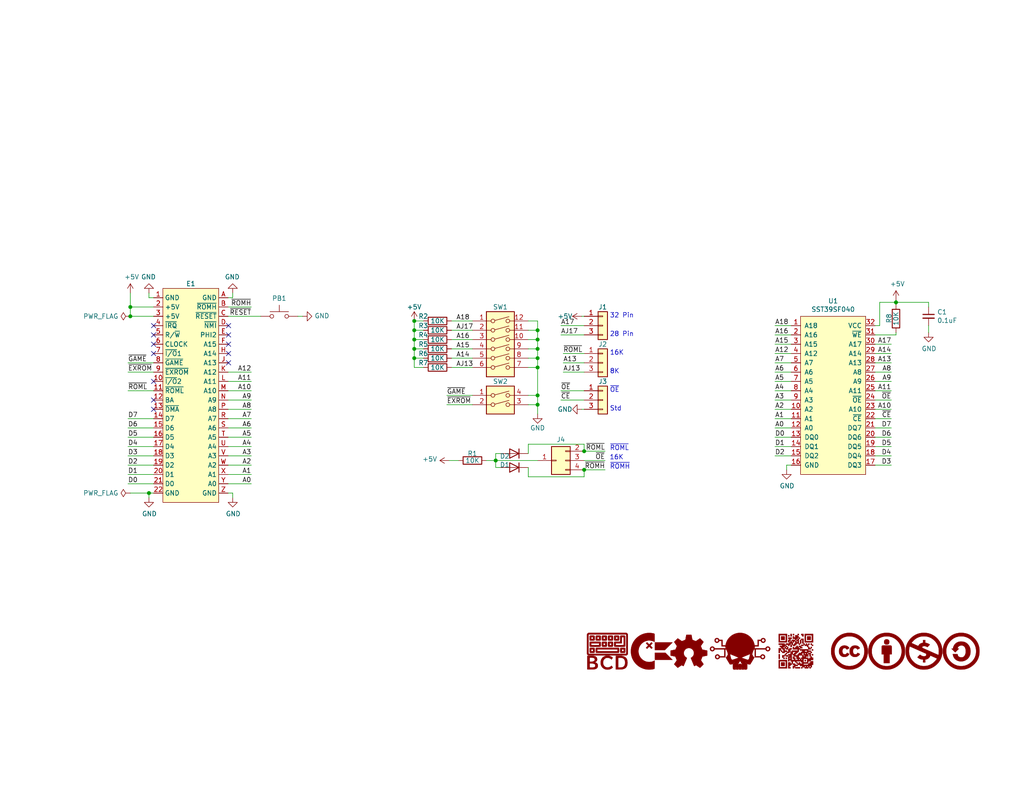
<source format=kicad_sch>
(kicad_sch (version 20211123) (generator eeschema)
  (paper "USLetter")
  (title_block (title "MegaCart 64") (date "2022-02-15") (rev "2") (company "Beaupré Circuit Design"))
  (lib_symbols
    (symbol "BeaupreCircuitDesign:BCD_Logo" (pin_names (offset 1.016)))
    (symbol "BeaupreCircuitDesign:BDC_QR" (pin_names (offset 1.016)))
    (symbol "BeaupreCircuitDesign:ChickenLips" (pin_names (offset 1.016)))
    (symbol "BeaupreCircuitDesign:OpenSource_Hardware" (pin_names (offset 1.016)))
    (symbol "BeaupreCircuitDesign:Skull" (pin_names (offset 1.016)))
    (symbol "C64-Expansion-Port:Cartrige_Edge_Connector"
      (property "Reference" "E" (at 0 22.86 0))
      (property "Value" "Cartrige_Edge_Connector" (at 0 -38.1 0))
      (symbol "Cartrige_Edge_Connector_1_1"
        (pin power_in line (at -10.16 19.05 0) (length 2.54) (name "GND") (number "1"))
        (pin output line (at -10.16 -3.81 0) (length 2.54) (name "~{I/O}2") (number "10"))
        (pin output line (at -10.16 -6.35 0) (length 2.54) (name "~{ROML}") (number "11"))
        (pin output line (at -10.16 -8.89 0) (length 2.54) (name "BA") (number "12"))
        (pin input line (at -10.16 -11.43 0) (length 2.54) (name "~{DMA}") (number "13"))
        (pin bidirectional line (at -10.16 -13.97 0) (length 2.54) (name "D7") (number "14"))
        (pin bidirectional line (at -10.16 -16.51 0) (length 2.54) (name "D6") (number "15"))
        (pin bidirectional line (at -10.16 -19.05 0) (length 2.54) (name "D5") (number "16"))
        (pin bidirectional line (at -10.16 -21.59 0) (length 2.54) (name "D4") (number "17"))
        (pin bidirectional line (at -10.16 -24.13 0) (length 2.54) (name "D3") (number "18"))
        (pin bidirectional line (at -10.16 -26.67 0) (length 2.54) (name "D2") (number "19"))
        (pin power_in line (at -10.16 16.51 0) (length 2.54) (name "+5V") (number "2"))
        (pin bidirectional line (at -10.16 -29.21 0) (length 2.54) (name "D1") (number "20"))
        (pin bidirectional line (at -10.16 -31.75 0) (length 2.54) (name "D0") (number "21"))
        (pin power_in line (at -10.16 -34.29 0) (length 2.54) (name "GND") (number "22"))
        (pin power_in line (at -10.16 13.97 0) (length 2.54) (name "+5V") (number "3"))
        (pin input line (at -10.16 11.43 0) (length 2.54) (name "~{IRQ}") (number "4"))
        (pin output line (at -10.16 8.89 0) (length 2.54) (name "R/~{W}") (number "5"))
        (pin output line (at -10.16 6.35 0) (length 2.54) (name "CLOCK") (number "6"))
        (pin output line (at -10.16 3.81 0) (length 2.54) (name "~{I/O}1") (number "7"))
        (pin input line (at -10.16 1.27 0) (length 2.54) (name "~{GAME}") (number "8"))
        (pin input line (at -10.16 -1.27 0) (length 2.54) (name "~{EXROM}") (number "9"))
        (pin power_in line (at 10.16 19.05 180) (length 2.54) (name "GND") (number "A"))
        (pin output line (at 10.16 16.51 180) (length 2.54) (name "~{ROMH}") (number "B"))
        (pin open_collector line (at 10.16 13.97 180) (length 2.54) (name "~{RESET}") (number "C"))
        (pin input line (at 10.16 11.43 180) (length 2.54) (name "~{NMI}") (number "D"))
        (pin output line (at 10.16 8.89 180) (length 2.54) (name "PHI2") (number "E"))
        (pin bidirectional line (at 10.16 6.35 180) (length 2.54) (name "A15") (number "F"))
        (pin bidirectional line (at 10.16 3.81 180) (length 2.54) (name "A14") (number "H"))
        (pin bidirectional line (at 10.16 1.27 180) (length 2.54) (name "A13") (number "J"))
        (pin bidirectional line (at 10.16 -1.27 180) (length 2.54) (name "A12") (number "K"))
        (pin bidirectional line (at 10.16 -3.81 180) (length 2.54) (name "A11") (number "L"))
        (pin bidirectional line (at 10.16 -6.35 180) (length 2.54) (name "A10") (number "M"))
        (pin bidirectional line (at 10.16 -8.89 180) (length 2.54) (name "A9") (number "N"))
        (pin bidirectional line (at 10.16 -11.43 180) (length 2.54) (name "A8") (number "P"))
        (pin bidirectional line (at 10.16 -13.97 180) (length 2.54) (name "A7") (number "R"))
        (pin bidirectional line (at 10.16 -16.51 180) (length 2.54) (name "A6") (number "S"))
        (pin bidirectional line (at 10.16 -19.05 180) (length 2.54) (name "A5") (number "T"))
        (pin bidirectional line (at 10.16 -21.59 180) (length 2.54) (name "A4") (number "U"))
        (pin bidirectional line (at 10.16 -24.13 180) (length 2.54) (name "A3") (number "V"))
        (pin bidirectional line (at 10.16 -26.67 180) (length 2.54) (name "A2") (number "W"))
        (pin bidirectional line (at 10.16 -29.21 180) (length 2.54) (name "A1") (number "X"))
        (pin bidirectional line (at 10.16 -31.75 180) (length 2.54) (name "A0") (number "Y"))
        (pin power_in line (at 10.16 -34.29 180) (length 2.54) (name "GND") (number "Z"))
      )
    )
    (symbol "Connector_Generic:Conn_01x03" (pin_names (offset 1.016) hide)
      (property "Reference" "J" (at 0 5.08 0))
      (property "Value" "Conn_01x03" (at 0 -5.08 0))
      (symbol "Conn_01x03_1_1"
        (pin passive line (at -5.08 2.54 0) (length 3.81) (name "Pin_1") (number "1"))
        (pin passive line (at -5.08 0 0) (length 3.81) (name "Pin_2") (number "2"))
        (pin passive line (at -5.08 -2.54 0) (length 3.81) (name "Pin_3") (number "3"))
      )
    )
    (symbol "CreativeCommons:CreativeCommons" (pin_names (offset 1.016)))
    (symbol "CreativeCommons:CreativeCommons_Attribution" (pin_names (offset 1.016)))
    (symbol "CreativeCommons:CreativeCommons_NonCommercial" (pin_names (offset 1.016)))
    (symbol "CreativeCommons:CreativeCommons_ShareAlike" (pin_names (offset 1.016)))
    (symbol "Device:C_Small" (pin_numbers hide) (pin_names (offset 0.254) hide)
      (property "Reference" "C" (at 0.254 1.778 0))
      (property "Value" "C_Small" (at 0.254 -2.032 0))
      (symbol "C_Small_1_1"
        (pin passive line (at 0 2.54 270) (length 2.032) (name "~") (number "1"))
        (pin passive line (at 0 -2.54 90) (length 2.032) (name "~") (number "2"))
      )
    )
    (symbol "Device:D" (pin_numbers hide) (pin_names (offset 1.016) hide)
      (property "Reference" "D" (at 0 2.54 0))
      (property "Value" "D" (at 0 -2.54 0))
      (symbol "D_1_1"
        (pin passive line (at -3.81 0 0) (length 2.54) (name "K") (number "1"))
        (pin passive line (at 3.81 0 180) (length 2.54) (name "A") (number "2"))
      )
    )
    (symbol "Device:R" (pin_numbers hide) (pin_names (offset 0))
      (property "Reference" "R" (at 2.032 0 90))
      (property "Value" "R" (at 0 0 90))
      (symbol "R_1_1"
        (pin passive line (at 0 3.81 270) (length 1.27) (name "~") (number "1"))
        (pin passive line (at 0 -3.81 90) (length 1.27) (name "~") (number "2"))
      )
    )
    (symbol "MegaCart-64:Conn_Tri-State" (pin_names (offset 1.016) hide)
      (property "Reference" "J" (at 1.27 5.08 0))
      (property "Value" "Conn_Tri-State" (at 1.27 -5.08 0))
      (symbol "Conn_Tri-State_1_1"
        (pin passive line (at -5.08 0 0) (length 3.81) (name "Pin_1") (number "1"))
        (pin passive line (at 7.62 2.54 180) (length 3.81) (name "Pin_2") (number "2"))
        (pin passive line (at 7.62 0 180) (length 3.81) (name "Pin_3") (number "3"))
        (pin passive line (at 7.62 -2.54 180) (length 3.81) (name "Pin_4") (number "4"))
      )
    )
    (symbol "Microchip_Technology:SST39SF040" (pin_names (offset 1.016))
      (property "Reference" "U" (at 0 0 0))
      (property "Value" "SST39SF040" (at 0 -45.72 0))
      (symbol "SST39SF040_1_1"
        (pin input line (at -11.43 -3.81 0) (length 2.54) (name "A18") (number "1"))
        (pin input line (at -11.43 -26.67 0) (length 2.54) (name "A2") (number "10"))
        (pin input line (at -11.43 -29.21 0) (length 2.54) (name "A1") (number "11"))
        (pin input line (at -11.43 -31.75 0) (length 2.54) (name "A0") (number "12"))
        (pin bidirectional line (at -11.43 -34.29 0) (length 2.54) (name "DQ0") (number "13"))
        (pin bidirectional line (at -11.43 -36.83 0) (length 2.54) (name "DQ1") (number "14"))
        (pin bidirectional line (at -11.43 -39.37 0) (length 2.54) (name "DQ2") (number "15"))
        (pin power_in line (at -11.43 -41.91 0) (length 2.54) (name "GND") (number "16"))
        (pin bidirectional line (at 11.43 -41.91 180) (length 2.54) (name "DQ3") (number "17"))
        (pin bidirectional line (at 11.43 -39.37 180) (length 2.54) (name "DQ4") (number "18"))
        (pin bidirectional line (at 11.43 -36.83 180) (length 2.54) (name "DQ5") (number "19"))
        (pin input line (at -11.43 -6.35 0) (length 2.54) (name "A16") (number "2"))
        (pin bidirectional line (at 11.43 -34.29 180) (length 2.54) (name "DQ6") (number "20"))
        (pin bidirectional line (at 11.43 -31.75 180) (length 2.54) (name "DQ7") (number "21"))
        (pin input line (at 11.43 -29.21 180) (length 2.54) (name "~{CE}") (number "22"))
        (pin input line (at 11.43 -26.67 180) (length 2.54) (name "A10") (number "23"))
        (pin input line (at 11.43 -24.13 180) (length 2.54) (name "~{OE}") (number "24"))
        (pin input line (at 11.43 -21.59 180) (length 2.54) (name "A11") (number "25"))
        (pin input line (at 11.43 -19.05 180) (length 2.54) (name "A9") (number "26"))
        (pin input line (at 11.43 -16.51 180) (length 2.54) (name "A8") (number "27"))
        (pin input line (at 11.43 -13.97 180) (length 2.54) (name "A13") (number "28"))
        (pin input line (at 11.43 -11.43 180) (length 2.54) (name "A14") (number "29"))
        (pin input line (at -11.43 -8.89 0) (length 2.54) (name "A15") (number "3"))
        (pin input line (at 11.43 -8.89 180) (length 2.54) (name "A17") (number "30"))
        (pin input line (at 11.43 -6.35 180) (length 2.54) (name "~{WE}") (number "31"))
        (pin power_in line (at 11.43 -3.81 180) (length 2.54) (name "VCC") (number "32"))
        (pin input line (at -11.43 -11.43 0) (length 2.54) (name "A12") (number "4"))
        (pin input line (at -11.43 -13.97 0) (length 2.54) (name "A7") (number "5"))
        (pin input line (at -11.43 -16.51 0) (length 2.54) (name "A6") (number "6"))
        (pin input line (at -11.43 -19.05 0) (length 2.54) (name "A5") (number "7"))
        (pin input line (at -11.43 -21.59 0) (length 2.54) (name "A4") (number "8"))
        (pin input line (at -11.43 -24.13 0) (length 2.54) (name "A3") (number "9"))
      )
    )
    (symbol "Switch:SW_DIP_x02" (pin_names (offset 0) hide)
      (property "Reference" "SW" (at 0 6.35 0))
      (property "Value" "SW_DIP_x02" (at 0 -3.81 0))
      (symbol "SW_DIP_x02_1_1"
        (pin passive line (at -7.62 2.54 0) (length 5.08) (name "~") (number "1"))
        (pin passive line (at -7.62 0 0) (length 5.08) (name "~") (number "2"))
        (pin passive line (at 7.62 0 180) (length 5.08) (name "~") (number "3"))
        (pin passive line (at 7.62 2.54 180) (length 5.08) (name "~") (number "4"))
      )
    )
    (symbol "Switch:SW_DIP_x06" (pin_names (offset 0) hide)
      (property "Reference" "SW" (at 0 11.43 0))
      (property "Value" "SW_DIP_x06" (at 0 -8.89 0))
      (symbol "SW_DIP_x06_1_1"
        (pin passive line (at -7.62 7.62 0) (length 5.08) (name "~") (number "1"))
        (pin passive line (at 7.62 2.54 180) (length 5.08) (name "~") (number "10"))
        (pin passive line (at 7.62 5.08 180) (length 5.08) (name "~") (number "11"))
        (pin passive line (at 7.62 7.62 180) (length 5.08) (name "~") (number "12"))
        (pin passive line (at -7.62 5.08 0) (length 5.08) (name "~") (number "2"))
        (pin passive line (at -7.62 2.54 0) (length 5.08) (name "~") (number "3"))
        (pin passive line (at -7.62 0 0) (length 5.08) (name "~") (number "4"))
        (pin passive line (at -7.62 -2.54 0) (length 5.08) (name "~") (number "5"))
        (pin passive line (at -7.62 -5.08 0) (length 5.08) (name "~") (number "6"))
        (pin passive line (at 7.62 -5.08 180) (length 5.08) (name "~") (number "7"))
        (pin passive line (at 7.62 -2.54 180) (length 5.08) (name "~") (number "8"))
        (pin passive line (at 7.62 0 180) (length 5.08) (name "~") (number "9"))
      )
    )
    (symbol "Switch:SW_Push" (pin_numbers hide) (pin_names (offset 1.016) hide)
      (property "Reference" "SW" (at 1.27 2.54 0))
      (property "Value" "SW_Push" (at 0 -1.524 0))
      (symbol "SW_Push_0_1"
        (pin passive line (at -5.08 0 0) (length 2.54) (name "1") (number "1"))
        (pin passive line (at 5.08 0 180) (length 2.54) (name "2") (number "2"))
      )
    )
    (symbol "power:+5V" (power) (pin_names (offset 0))
      (property "Value" "+5V" (at 0 3.556 0))
      (symbol "+5V_1_1"
        (pin power_in line (at 0 0 90) (length 0) hide (name "+5V") (number "1"))
      )
    )
    (symbol "power:GND" (power) (pin_names (offset 0))
      (property "Value" "GND" (at 0 -3.81 0))
      (symbol "GND_1_1"
        (pin power_in line (at 0 0 270) (length 0) hide (name "GND") (number "1"))
      )
    )
    (symbol "power:PWR_FLAG" (power) (pin_numbers hide) (pin_names (offset 0) hide)
      (property "Value" "PWR_FLAG" (at 0 3.81 0))
      (symbol "PWR_FLAG_0_0"
        (pin power_out line (at 0 0 90) (length 0) (name "pwr") (number "1"))
      )
    )
  )
  (junction (at 113.03 90.17))
  (junction (at 135.255 125.73))
  (junction (at 146.685 90.17))
  (junction (at 159.385 128.27))
  (junction (at 35.56 83.82))
  (junction (at 146.685 95.25))
  (junction (at 146.685 110.49))
  (junction (at 113.03 87.63))
  (junction (at 244.475 82.55))
  (junction (at 146.685 100.33))
  (junction (at 35.56 86.36))
  (junction (at 146.685 92.71))
  (junction (at 146.685 107.95))
  (junction (at 40.64 134.62))
  (junction (at 159.385 123.19))
  (junction (at 146.685 97.79))
  (junction (at 113.03 97.79))
  (junction (at 113.03 95.25))
  (junction (at 113.03 92.71))
  (no_connect (at 62.357 88.9))
  (no_connect (at 41.91 93.98))
  (no_connect (at 41.91 88.9))
  (no_connect (at 41.91 91.44))
  (no_connect (at 62.357 96.52))
  (no_connect (at 62.357 99.06))
  (no_connect (at 41.91 109.22))
  (no_connect (at 41.91 104.14))
  (no_connect (at 41.91 96.52))
  (no_connect (at 62.357 91.44))
  (no_connect (at 41.91 111.76))
  (no_connect (at 62.357 93.98))
  (wire (pts (xy 62.23 111.76) (xy 68.58 111.76)))
  (wire (pts (xy 238.76 109.22) (xy 243.205 109.22)))
  (wire (pts (xy 238.76 116.84) (xy 243.205 116.84)))
  (wire (pts (xy 153.035 109.22) (xy 159.385 109.22)))
  (wire (pts (xy 215.9 121.92) (xy 211.455 121.92)))
  (wire (pts (xy 215.9 114.3) (xy 211.455 114.3)))
  (wire (pts (xy 211.455 88.9) (xy 215.9 88.9)))
  (wire (pts (xy 238.76 121.92) (xy 243.205 121.92)))
  (wire (pts (xy 146.685 100.33) (xy 146.685 107.95)))
  (wire (pts (xy 215.9 96.52) (xy 211.455 96.52)))
  (wire (pts (xy 238.76 114.3) (xy 243.205 114.3)))
  (wire (pts (xy 214.63 127) (xy 214.63 128.27)))
  (wire (pts (xy 144.145 107.95) (xy 146.685 107.95)))
  (wire (pts (xy 211.455 91.44) (xy 215.9 91.44)))
  (wire (pts (xy 62.23 81.28) (xy 63.5 81.28)))
  (wire (pts (xy 62.23 124.46) (xy 68.58 124.46)))
  (wire (pts (xy 146.685 90.17) (xy 146.685 92.71)))
  (wire (pts (xy 41.91 129.54) (xy 34.925 129.54)))
  (wire (pts (xy 128.905 107.95) (xy 121.92 107.95)))
  (wire (pts (xy 62.23 106.68) (xy 68.58 106.68)))
  (wire (pts (xy 123.19 87.63) (xy 128.905 87.63)))
  (wire (pts (xy 123.19 92.71) (xy 128.905 92.71)))
  (wire (pts (xy 146.685 110.49) (xy 146.685 113.03)))
  (wire (pts (xy 215.9 104.14) (xy 211.455 104.14)))
  (wire (pts (xy 253.365 88.9) (xy 253.365 90.805)))
  (wire (pts (xy 62.23 109.22) (xy 68.58 109.22)))
  (wire (pts (xy 146.685 92.71) (xy 146.685 95.25)))
  (wire (pts (xy 41.91 124.46) (xy 34.925 124.46)))
  (wire (pts (xy 62.23 83.82) (xy 68.58 83.82)))
  (wire (pts (xy 135.255 125.73) (xy 146.685 125.73)))
  (wire (pts (xy 113.03 95.25) (xy 113.03 92.71)))
  (wire (pts (xy 123.19 90.17) (xy 128.905 90.17)))
  (wire (pts (xy 123.19 100.33) (xy 128.905 100.33)))
  (wire (pts (xy 41.91 81.28) (xy 40.64 81.28)))
  (wire (pts (xy 62.23 86.36) (xy 71.12 86.36)))
  (wire (pts (xy 215.9 109.22) (xy 211.455 109.22)))
  (wire (pts (xy 238.76 93.98) (xy 243.205 93.98)))
  (wire (pts (xy 238.76 119.38) (xy 243.205 119.38)))
  (wire (pts (xy 159.385 123.19) (xy 165.1 123.19)))
  (wire (pts (xy 238.76 101.6) (xy 243.205 101.6)))
  (wire (pts (xy 62.23 116.84) (xy 68.58 116.84)))
  (wire (pts (xy 41.91 114.3) (xy 34.925 114.3)))
  (wire (pts (xy 62.23 121.92) (xy 68.58 121.92)))
  (wire (pts (xy 146.685 107.95) (xy 146.685 110.49)))
  (wire (pts (xy 244.475 81.915) (xy 244.475 82.55)))
  (wire (pts (xy 240.03 82.55) (xy 244.475 82.55)))
  (wire (pts (xy 238.76 111.76) (xy 243.205 111.76)))
  (wire (pts (xy 62.23 101.6) (xy 68.58 101.6)))
  (wire (pts (xy 35.56 134.62) (xy 40.64 134.62)))
  (wire (pts (xy 41.91 134.62) (xy 40.64 134.62)))
  (wire (pts (xy 40.64 134.62) (xy 40.64 135.89)))
  (wire (pts (xy 238.76 96.52) (xy 243.205 96.52)))
  (wire (pts (xy 136.525 127.635) (xy 135.255 127.635)))
  (wire (pts (xy 144.145 110.49) (xy 146.685 110.49)))
  (wire (pts (xy 144.145 90.17) (xy 146.685 90.17)))
  (wire (pts (xy 153.035 106.68) (xy 159.385 106.68)))
  (wire (pts (xy 122.555 125.73) (xy 125.095 125.73)))
  (wire (pts (xy 81.28 86.36) (xy 82.55 86.36)))
  (wire (pts (xy 41.91 101.6) (xy 34.925 101.6)))
  (wire (pts (xy 123.19 97.79) (xy 128.905 97.79)))
  (wire (pts (xy 253.365 82.55) (xy 253.365 83.82)))
  (wire (pts (xy 144.145 121.285) (xy 159.385 121.285)))
  (wire (pts (xy 238.76 106.68) (xy 243.205 106.68)))
  (wire (pts (xy 113.03 87.63) (xy 113.03 90.17)))
  (wire (pts (xy 146.685 95.25) (xy 146.685 97.79)))
  (wire (pts (xy 63.5 134.62) (xy 63.5 135.89)))
  (wire (pts (xy 144.145 127.635) (xy 144.145 130.175)))
  (wire (pts (xy 62.23 132.08) (xy 68.58 132.08)))
  (wire (pts (xy 238.76 99.06) (xy 243.205 99.06)))
  (wire (pts (xy 153.67 96.52) (xy 159.385 96.52)))
  (wire (pts (xy 41.91 83.82) (xy 35.56 83.82)))
  (wire (pts (xy 128.905 110.49) (xy 121.92 110.49)))
  (wire (pts (xy 132.715 125.73) (xy 135.255 125.73)))
  (wire (pts (xy 159.385 128.27) (xy 159.385 130.175)))
  (wire (pts (xy 144.145 95.25) (xy 146.685 95.25)))
  (wire (pts (xy 215.9 124.46) (xy 211.455 124.46)))
  (wire (pts (xy 41.91 99.06) (xy 34.925 99.06)))
  (wire (pts (xy 244.475 91.44) (xy 244.475 90.805)))
  (wire (pts (xy 123.19 95.25) (xy 128.905 95.25)))
  (wire (pts (xy 240.03 88.9) (xy 240.03 82.55)))
  (wire (pts (xy 144.145 100.33) (xy 146.685 100.33)))
  (wire (pts (xy 238.76 91.44) (xy 244.475 91.44)))
  (wire (pts (xy 41.91 132.08) (xy 34.925 132.08)))
  (wire (pts (xy 41.91 121.92) (xy 34.925 121.92)))
  (wire (pts (xy 144.145 97.79) (xy 146.685 97.79)))
  (wire (pts (xy 113.03 87.63) (xy 115.57 87.63)))
  (wire (pts (xy 40.64 81.28) (xy 40.64 80.01)))
  (wire (pts (xy 153.035 88.9) (xy 159.385 88.9)))
  (wire (pts (xy 158.75 111.76) (xy 159.385 111.76)))
  (wire (pts (xy 244.475 82.55) (xy 253.365 82.55)))
  (wire (pts (xy 144.145 87.63) (xy 146.685 87.63)))
  (wire (pts (xy 62.23 104.14) (xy 68.58 104.14)))
  (wire (pts (xy 159.385 101.6) (xy 153.67 101.6)))
  (wire (pts (xy 215.9 99.06) (xy 211.455 99.06)))
  (wire (pts (xy 62.23 127) (xy 68.58 127)))
  (wire (pts (xy 62.23 119.38) (xy 68.58 119.38)))
  (wire (pts (xy 215.9 106.68) (xy 211.455 106.68)))
  (wire (pts (xy 215.9 93.98) (xy 211.455 93.98)))
  (wire (pts (xy 115.57 97.79) (xy 113.03 97.79)))
  (wire (pts (xy 215.9 116.84) (xy 211.455 116.84)))
  (wire (pts (xy 115.57 90.17) (xy 113.03 90.17)))
  (wire (pts (xy 62.23 134.62) (xy 63.5 134.62)))
  (wire (pts (xy 215.9 101.6) (xy 211.455 101.6)))
  (wire (pts (xy 215.9 111.76) (xy 211.455 111.76)))
  (wire (pts (xy 238.76 104.14) (xy 243.205 104.14)))
  (wire (pts (xy 115.57 95.25) (xy 113.03 95.25)))
  (wire (pts (xy 135.255 125.73) (xy 135.255 127.635)))
  (wire (pts (xy 35.56 83.82) (xy 35.56 80.01)))
  (wire (pts (xy 158.75 86.36) (xy 159.385 86.36)))
  (wire (pts (xy 62.23 114.3) (xy 68.58 114.3)))
  (wire (pts (xy 153.035 91.44) (xy 159.385 91.44)))
  (wire (pts (xy 135.255 123.825) (xy 135.255 125.73)))
  (wire (pts (xy 238.76 88.9) (xy 240.03 88.9)))
  (wire (pts (xy 115.57 92.71) (xy 113.03 92.71)))
  (wire (pts (xy 165.1 125.73) (xy 159.385 125.73)))
  (wire (pts (xy 41.91 106.68) (xy 34.925 106.68)))
  (wire (pts (xy 35.56 86.36) (xy 35.56 83.82)))
  (wire (pts (xy 215.9 119.38) (xy 211.455 119.38)))
  (wire (pts (xy 113.03 100.33) (xy 113.03 97.79)))
  (wire (pts (xy 62.23 129.54) (xy 68.58 129.54)))
  (wire (pts (xy 144.145 130.175) (xy 159.385 130.175)))
  (wire (pts (xy 159.385 128.27) (xy 165.1 128.27)))
  (wire (pts (xy 41.91 119.38) (xy 34.925 119.38)))
  (wire (pts (xy 238.76 127) (xy 243.205 127)))
  (wire (pts (xy 135.255 123.825) (xy 136.525 123.825)))
  (wire (pts (xy 238.76 124.46) (xy 243.205 124.46)))
  (wire (pts (xy 153.67 99.06) (xy 159.385 99.06)))
  (wire (pts (xy 159.385 121.285) (xy 159.385 123.19)))
  (wire (pts (xy 113.03 97.79) (xy 113.03 95.25)))
  (wire (pts (xy 115.57 100.33) (xy 113.03 100.33)))
  (wire (pts (xy 244.475 83.185) (xy 244.475 82.55)))
  (wire (pts (xy 144.145 123.825) (xy 144.145 121.285)))
  (wire (pts (xy 144.145 92.71) (xy 146.685 92.71)))
  (wire (pts (xy 146.685 97.79) (xy 146.685 100.33)))
  (wire (pts (xy 63.5 81.28) (xy 63.5 80.01)))
  (wire (pts (xy 215.9 127) (xy 214.63 127)))
  (wire (pts (xy 113.03 90.17) (xy 113.03 92.71)))
  (wire (pts (xy 146.685 87.63) (xy 146.685 90.17)))
  (wire (pts (xy 41.91 116.84) (xy 34.925 116.84)))
  (wire (pts (xy 41.91 86.36) (xy 35.56 86.36)))
  (wire (pts (xy 41.91 127) (xy 34.925 127)))
  (text "32 Pin" (at 166.37 86.995 0) (effects (font (size 1.27 1.27)) (justify left bottom)))
  (text "Std" (at 166.37 112.395 0) (effects (font (size 1.27 1.27)) (justify left bottom)))
  (text "~{ROML}" (at 166.37 123.19 0) (effects (font (size 1.27 1.27)) (justify left bottom)))
  (text "~{ROMH}" (at 166.37 128.27 0) (effects (font (size 1.27 1.27)) (justify left bottom)))
  (text "~{OE}" (at 166.37 107.315 0) (effects (font (size 1.27 1.27)) (justify left bottom)))
  (text "16K" (at 166.37 97.155 0) (effects (font (size 1.27 1.27)) (justify left bottom)))
  (text "28 Pin" (at 166.37 92.075 0) (effects (font (size 1.27 1.27)) (justify left bottom)))
  (text "8K" (at 166.37 102.235 0) (effects (font (size 1.27 1.27)) (justify left bottom)))
  (text "16K" (at 170.18 125.73 180) (effects (font (size 1.27 1.27)) (justify right bottom)))
  (label "D7" (at 243.205 116.84 180))
  (label "A10" (at 68.58 106.68 180))
  (label "A14" (at 124.46 97.79 0))
  (label "A11" (at 68.58 104.14 180))
  (label "A15" (at 211.455 93.98 0))
  (label "D0" (at 211.455 119.38 0))
  (label "~{RESET}" (at 68.58 86.36 180))
  (label "A3" (at 68.58 124.46 180))
  (label "AJ13" (at 153.67 101.6 0))
  (label "A5" (at 211.455 104.14 0))
  (label "A14" (at 243.205 96.52 180))
  (label "A7" (at 211.455 99.06 0))
  (label "AJ17" (at 124.46 90.17 0))
  (label "A4" (at 211.455 106.68 0))
  (label "~{CE}" (at 243.205 114.3 180))
  (label "D2" (at 34.925 127 0))
  (label "AJ17" (at 153.035 91.44 0))
  (label "D4" (at 34.925 121.92 0))
  (label "A1" (at 68.58 129.54 180))
  (label "~{OE}" (at 153.035 106.68 0))
  (label "D6" (at 243.205 119.38 180))
  (label "~{ROMH}" (at 68.58 83.82 180))
  (label "A7" (at 68.58 114.3 180))
  (label "A12" (at 211.455 96.52 0))
  (label "D6" (at 34.925 116.84 0))
  (label "A10" (at 243.205 111.76 180))
  (label "A18" (at 124.46 87.63 0))
  (label "A8" (at 243.205 101.6 180))
  (label "~{ROMH}" (at 165.1 128.27 180))
  (label "D4" (at 243.205 124.46 180))
  (label "A12" (at 68.58 101.6 180))
  (label "~{ROML}" (at 34.925 106.68 0))
  (label "A13" (at 153.67 99.06 0))
  (label "~{OE}" (at 165.1 125.73 180))
  (label "A0" (at 68.58 132.08 180))
  (label "A5" (at 68.58 119.38 180))
  (label "~{GAME}" (at 34.925 99.06 0))
  (label "A3" (at 211.455 109.22 0))
  (label "~{ROML}" (at 165.1 123.19 180))
  (label "A15" (at 124.46 95.25 0))
  (label "D3" (at 34.925 124.46 0))
  (label "A9" (at 68.58 109.22 180))
  (label "D3" (at 243.205 127 180))
  (label "A13" (at 243.205 99.06 180))
  (label "~{CE}" (at 153.035 109.22 0))
  (label "~{EXROM}" (at 34.925 101.6 0))
  (label "A17" (at 153.035 88.9 0))
  (label "D2" (at 211.455 124.46 0))
  (label "A9" (at 243.205 104.14 180))
  (label "A8" (at 68.58 111.76 180))
  (label "D0" (at 34.925 132.08 0))
  (label "A2" (at 68.58 127 180))
  (label "D1" (at 34.925 129.54 0))
  (label "A16" (at 124.46 92.71 0))
  (label "A1" (at 211.455 114.3 0))
  (label "A16" (at 211.455 91.44 0))
  (label "D7" (at 34.925 114.3 0))
  (label "A11" (at 243.205 106.68 180))
  (label "A0" (at 211.455 116.84 0))
  (label "D5" (at 34.925 119.38 0))
  (label "A17" (at 243.205 93.98 180))
  (label "AJ13" (at 124.46 100.33 0))
  (label "A2" (at 211.455 111.76 0))
  (label "A4" (at 68.58 121.92 180))
  (label "D5" (at 243.205 121.92 180))
  (label "~{OE}" (at 243.205 109.22 180))
  (label "~{EXROM}" (at 121.92 110.49 0))
  (label "~{GAME}" (at 121.92 107.95 0))
  (label "A18" (at 211.455 88.9 0))
  (label "A6" (at 68.58 116.84 180))
  (label "D1" (at 211.455 121.92 0))
  (label "A6" (at 211.455 101.6 0))
  (label "~{ROML}" (at 153.67 96.52 0))
  (symbol (lib_id "Switch:SW_Push") (at 76.2 86.36 0) (unit 1)
    (property "Reference" "PB1" (at 76.2 81.4578 0))
    (property "Value" "SW_Push_Dual" (effects hide))
    (property "Footprint" "Button_Switch_THT:SW_PUSH_6mm" (effects hide))
  )
  (symbol (lib_id "Device:R") (at 128.905 125.73 90) (unit 1)
    (property "Reference" "R1" (at 128.905 123.825 90))
    (property "Value" "10K" (at 128.905 125.73 90))
    (property "Footprint" "Resistor_THT:R_Axial_DIN0207_L6.3mm_D2.5mm_P2.54mm_Vertical" (effects hide))
  )
  (symbol (lib_id "BeaupreCircuitDesign:Skull") (at 201.93 177.8 0) (unit 1)
    (property "Reference" "G5" (effects hide))
    (property "Value" "Skull" (effects hide))
    (property "Footprint" "BeaupreCircuitDesign:Skull_2.5mm" (effects hide))
  )
  (symbol (lib_id "power:PWR_FLAG") (at 35.56 134.62 90) (unit 1)
    (property "Reference" "#FLG02" (effects hide))
    (property "Value" "PWR_FLAG" (at 32.3342 134.62 90) (effects (justify left)))
  )
  (symbol (lib_id "power:GND") (at 82.55 86.36 90) (unit 1)
    (property "Reference" "#PWR06" (effects hide))
    (property "Value" "GND" (at 85.8012 86.233 90) (effects (justify right)))
  )
  (symbol (lib_id "CreativeCommons:CreativeCommons_NonCommercial") (at 252.095 177.8 0) (unit 1)
    (property "Reference" "G8" (effects hide))
    (property "Value" "CreativeCommons_NonCommercial" (effects hide))
    (property "Footprint" "Creative_Common:CreativeCommons_NonCommercial_2.5mm" (effects hide))
  )
  (symbol (lib_id "power:GND") (at 63.5 80.01 180) (unit 1)
    (property "Reference" "#PWR04" (effects hide))
    (property "Value" "GND" (at 63.373 75.6158 0))
  )
  (symbol (lib_id "CreativeCommons:CreativeCommons_Attribution") (at 241.935 177.8 0) (unit 1)
    (property "Reference" "G7" (effects hide))
    (property "Value" "CreativeCommons_Attribution" (effects hide))
    (property "Footprint" "Creative_Common:CreativeCommons_Attribution_2.5mm" (effects hide))
  )
  (symbol (lib_id "Microchip_Technology:SST39SF040") (at 227.33 85.09 0) (unit 1)
    (property "Reference" "U1" (at 227.33 82.169 0))
    (property "Value" "SST39SF040" (at 227.33 84.4804 0))
    (property "Footprint" "Package_DIP:DIP-32_W15.24mm_Socket" (effects hide))
    (property "Datasheet" "https://ww1.microchip.com/downloads/en/DeviceDoc/20005022C.pdf" (effects hide))
  )
  (symbol (lib_id "Connector_Generic:Conn_01x03") (at 164.465 88.9 0) (unit 1)
    (property "Reference" "J1" (at 164.465 83.82 0))
    (property "Value" "Conn_01x03" (effects hide))
    (property "Footprint" "Connector_PinHeader_2.54mm:PinHeader_1x03_P2.54mm_Vertical" (effects hide))
  )
  (symbol (lib_id "power:+5V") (at 35.56 80.01 0) (unit 1)
    (property "Reference" "#PWR01" (effects hide))
    (property "Value" "+5V" (at 35.941 75.6158 0))
  )
  (symbol (lib_id "Connector_Generic:Conn_01x03") (at 164.465 109.22 0) (unit 1)
    (property "Reference" "J3" (at 164.465 104.14 0))
    (property "Value" "Conn_01x03" (effects hide))
    (property "Footprint" "Connector_PinHeader_2.54mm:PinHeader_1x03_P2.54mm_Vertical" (effects hide))
  )
  (symbol (lib_id "C64-Expansion-Port:Cartrige_Edge_Connector") (at 52.07 100.33 0) (unit 1)
    (property "Reference" "E1" (at 52.07 77.47 0))
    (property "Value" "Cartrige_Edge_Connector" (effects hide))
    (property "Footprint" "C64-Expansion-Port:Cartrige_Edge_Connector" (effects hide))
    (property "Datasheet" "https://www.c64-wiki.com/wiki/Expansion_Port" (effects hide))
  )
  (symbol (lib_id "Device:D") (at 140.335 127.635 180) (unit 1)
    (property "Reference" "D1" (at 139.065 127.635 0) (effects (justify left top)))
    (property "Value" "1N4148" (effects hide))
    (property "Footprint" "Diode_THT:D_DO-35_SOD27_P2.54mm_Vertical_AnodeUp" (effects hide))
  )
  (symbol (lib_id "Switch:SW_DIP_x02") (at 136.525 110.49 0) (unit 1)
    (property "Reference" "SW2" (at 136.525 104.14 0))
    (property "Value" "SW_DIP_x02" (effects hide))
    (property "Footprint" "MegaCart-64:Combo_PinHeader_SW_DIP_SPSTx02_Slide_9.78x7.26mm_W7.62mm_P2.54mm" (effects hide))
  )
  (symbol (lib_id "Device:R") (at 119.38 90.17 90) (mirror x) (unit 1)
    (property "Reference" "R3" (at 116.84 88.9 90) (effects (justify left)))
    (property "Value" "10K" (at 119.38 90.17 90))
    (property "Footprint" "Resistor_THT:R_Axial_DIN0207_L6.3mm_D2.5mm_P2.54mm_Vertical" (effects hide))
  )
  (symbol (lib_id "power:+5V") (at 158.75 86.36 90) (mirror x) (unit 1)
    (property "Reference" "#PWR08" (effects hide))
    (property "Value" "+5V" (at 156.21 86.36 90) (effects (justify left)))
  )
  (symbol (lib_id "Device:R") (at 119.38 97.79 90) (mirror x) (unit 1)
    (property "Reference" "R6" (at 116.84 96.52 90) (effects (justify left)))
    (property "Value" "10K" (at 119.38 97.79 90))
    (property "Footprint" "Resistor_THT:R_Axial_DIN0207_L6.3mm_D2.5mm_P2.54mm_Vertical" (effects hide))
  )
  (symbol (lib_id "power:GND") (at 40.64 80.01 180) (unit 1)
    (property "Reference" "#PWR02" (effects hide))
    (property "Value" "GND" (at 40.513 75.6158 0))
  )
  (symbol (lib_id "CreativeCommons:CreativeCommons_ShareAlike") (at 262.255 177.8 0) (unit 1)
    (property "Reference" "G9" (effects hide))
    (property "Value" "CreativeCommons_ShareAlike" (effects hide))
    (property "Footprint" "Creative_Common:CreativeCommons_ShareAlike_2.5mm" (effects hide))
  )
  (symbol (lib_id "Device:C_Small") (at 253.365 86.36 0) (unit 1)
    (property "Reference" "C1" (at 255.7018 85.1916 0) (effects (justify left)))
    (property "Value" "0.1uF" (at 255.7018 87.503 0) (effects (justify left)))
    (property "Footprint" "Capacitor_THT:C_Disc_D3.8mm_W2.6mm_P2.50mm" (effects hide))
  )
  (symbol (lib_id "BeaupreCircuitDesign:BCD_Logo") (at 165.735 177.8 0) (unit 1)
    (property "Reference" "G1" (effects hide))
    (property "Value" "BCD_Logo" (effects hide))
    (property "Footprint" "BeaupreCircuitDesign:BCD_Logo_5mm" (effects hide))
  )
  (symbol (lib_id "Device:R") (at 244.475 86.995 0) (mirror y) (unit 1)
    (property "Reference" "R8" (at 242.57 88.265 90) (effects (justify left)))
    (property "Value" "10K" (at 244.475 86.995 90))
    (property "Footprint" "Resistor_THT:R_Axial_DIN0207_L6.3mm_D2.5mm_P2.54mm_Vertical" (effects hide))
  )
  (symbol (lib_id "MegaCart-64:Conn_Tri-State") (at 151.765 125.73 0) (unit 1)
    (property "Reference" "J4" (at 153.035 120.015 0))
    (property "Value" "Conn_Tri-State" (effects hide))
    (property "Footprint" "MegaCart-64:PinHeader_T-Shaped_Tri-State_P2.54mm_Vertical" (effects hide))
  )
  (symbol (lib_id "Device:R") (at 119.38 100.33 90) (mirror x) (unit 1)
    (property "Reference" "R7" (at 116.84 99.06 90) (effects (justify left)))
    (property "Value" "10K" (at 119.38 100.33 90))
    (property "Footprint" "Resistor_THT:R_Axial_DIN0207_L6.3mm_D2.5mm_P2.54mm_Vertical" (effects hide))
  )
  (symbol (lib_id "CreativeCommons:CreativeCommons") (at 231.775 177.8 0) (unit 1)
    (property "Reference" "G6" (effects hide))
    (property "Value" "CreativeCommons" (effects hide))
    (property "Footprint" "Creative_Common:CreativeCommons_2.5mm" (effects hide))
  )
  (symbol (lib_id "power:GND") (at 214.63 128.27 0) (unit 1)
    (property "Reference" "#PWR012" (effects hide))
    (property "Value" "GND" (at 214.757 132.6642 0))
  )
  (symbol (lib_id "power:+5V") (at 113.03 87.63 0) (unit 1)
    (property "Reference" "#PWR010" (effects hide))
    (property "Value" "+5V" (at 113.03 83.82 0))
  )
  (symbol (lib_id "power:GND") (at 146.685 113.03 0) (unit 1)
    (property "Reference" "#PWR0101" (effects hide))
    (property "Value" "GND" (at 146.685 116.84 0))
  )
  (symbol (lib_id "BeaupreCircuitDesign:BDC_QR") (at 217.17 177.8 0) (unit 1)
    (property "Reference" "G4" (effects hide))
    (property "Value" "BDC_QR" (effects hide))
    (property "Footprint" "BeaupreCircuitDesign:BDC_QR_10mm" (effects hide))
  )
  (symbol (lib_id "Connector_Generic:Conn_01x03") (at 164.465 99.06 0) (unit 1)
    (property "Reference" "J2" (at 164.465 93.98 0))
    (property "Value" "Conn_01x03" (effects hide))
    (property "Footprint" "Connector_PinHeader_2.54mm:PinHeader_1x03_P2.54mm_Vertical" (effects hide))
  )
  (symbol (lib_id "power:+5V") (at 122.555 125.73 90) (unit 1)
    (property "Reference" "#PWR0102" (effects hide))
    (property "Value" "+5V" (at 119.3038 125.349 90) (effects (justify left)))
  )
  (symbol (lib_id "power:PWR_FLAG") (at 35.56 86.36 90) (unit 1)
    (property "Reference" "#FLG01" (effects hide))
    (property "Value" "PWR_FLAG" (at 32.3342 86.36 90) (effects (justify left)))
  )
  (symbol (lib_id "BeaupreCircuitDesign:ChickenLips") (at 177.8 177.8 0) (unit 1)
    (property "Reference" "G2" (effects hide))
    (property "Value" "ChickenLips" (effects hide))
    (property "Footprint" "BeaupreCircuitDesign:ChickenLips_2.5mm" (effects hide))
  )
  (symbol (lib_id "power:GND") (at 253.365 90.805 0) (unit 1)
    (property "Reference" "#PWR014" (effects hide))
    (property "Value" "GND" (at 253.492 95.1992 0))
  )
  (symbol (lib_id "power:GND") (at 63.5 135.89 0) (unit 1)
    (property "Reference" "#PWR05" (effects hide))
    (property "Value" "GND" (at 63.627 140.2842 0))
  )
  (symbol (lib_id "power:GND") (at 40.64 135.89 0) (unit 1)
    (property "Reference" "#PWR03" (effects hide))
    (property "Value" "GND" (at 40.767 140.2842 0))
  )
  (symbol (lib_id "Device:R") (at 119.38 87.63 90) (mirror x) (unit 1)
    (property "Reference" "R2" (at 116.84 86.36 90) (effects (justify left)))
    (property "Value" "10K" (at 119.38 87.63 90))
    (property "Footprint" "Resistor_THT:R_Axial_DIN0207_L6.3mm_D2.5mm_P2.54mm_Vertical" (effects hide))
  )
  (symbol (lib_id "Device:R") (at 119.38 95.25 90) (mirror x) (unit 1)
    (property "Reference" "R5" (at 116.84 93.98 90) (effects (justify left)))
    (property "Value" "10K" (at 119.38 95.25 90))
    (property "Footprint" "Resistor_THT:R_Axial_DIN0207_L6.3mm_D2.5mm_P2.54mm_Vertical" (effects hide))
  )
  (symbol (lib_id "Device:R") (at 119.38 92.71 90) (mirror x) (unit 1)
    (property "Reference" "R4" (at 116.84 91.44 90) (effects (justify left)))
    (property "Value" "10K" (at 119.38 92.71 90))
    (property "Footprint" "Resistor_THT:R_Axial_DIN0207_L6.3mm_D2.5mm_P2.54mm_Vertical" (effects hide))
  )
  (symbol (lib_id "Device:D") (at 140.335 123.825 180) (unit 1)
    (property "Reference" "D2" (at 139.065 123.825 0) (effects (justify left bottom)))
    (property "Value" "1N4148" (effects hide))
    (property "Footprint" "Diode_THT:D_DO-35_SOD27_P2.54mm_Vertical_AnodeUp" (effects hide))
  )
  (symbol (lib_id "Switch:SW_DIP_x06") (at 136.525 95.25 0) (unit 1)
    (property "Reference" "SW1" (at 136.525 83.82 0))
    (property "Value" "SW_DIP_x06" (effects hide))
    (property "Footprint" "MegaCart-64:Combo_PinHeader_SW_DIP_SPSTx06_Slide_9.78x17.42mm_W7.62mm_P2.54mm" (effects hide))
  )
  (symbol (lib_id "power:+5V") (at 244.475 81.915 0) (unit 1)
    (property "Reference" "#PWR013" (effects hide))
    (property "Value" "+5V" (at 244.856 77.5208 0))
  )
  (symbol (lib_id "power:GND") (at 158.75 111.76 270) (unit 1)
    (property "Reference" "#PWR09" (effects hide))
    (property "Value" "GND" (at 156.21 111.76 90) (effects (justify right)))
  )
  (symbol (lib_id "BeaupreCircuitDesign:OpenSource_Hardware") (at 187.96 177.8 0) (unit 1)
    (property "Reference" "G3" (effects hide))
    (property "Value" "OpenSource_Hardware" (effects hide))
    (property "Footprint" "BeaupreCircuitDesign:Open_Source_Hardware_2.5mm" (effects hide))
  )
)
</source>
